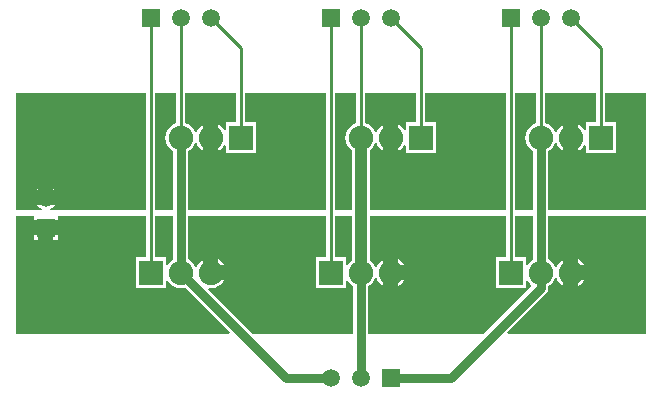
<source format=gtl>
G04*
G04 #@! TF.GenerationSoftware,Altium Limited,Altium Designer,20.1.11 (218)*
G04*
G04 Layer_Physical_Order=1*
G04 Layer_Color=255*
%FSLAX25Y25*%
%MOIN*%
G70*
G04*
G04 #@! TF.SameCoordinates,A2F51ED7-86EA-4CBA-A123-1C3C6C473107*
G04*
G04*
G04 #@! TF.FilePolarity,Positive*
G04*
G01*
G75*
%ADD18C,0.03000*%
%ADD19C,0.01000*%
%ADD20C,0.04000*%
%ADD21C,0.08150*%
%ADD22R,0.08150X0.08150*%
%ADD23C,0.05906*%
%ADD24R,0.05906X0.05906*%
%ADD25R,0.05906X0.05906*%
%ADD26C,0.02756*%
G36*
X215000Y65790D02*
X182549D01*
Y85563D01*
X182559Y85567D01*
X183619Y86381D01*
X184433Y87441D01*
X184729Y88157D01*
X185271D01*
X185567Y87441D01*
X186381Y86381D01*
X187441Y85567D01*
X187500Y85543D01*
Y90000D01*
Y94457D01*
X187441Y94433D01*
X186381Y93619D01*
X185567Y92559D01*
X185271Y91843D01*
X184729D01*
X184433Y92559D01*
X183619Y93619D01*
X182559Y94433D01*
X181529Y94859D01*
Y105000D01*
X198471D01*
Y95075D01*
X194925D01*
Y92673D01*
X194461Y92565D01*
X194425Y92569D01*
X193619Y93619D01*
X192559Y94433D01*
X192500Y94457D01*
Y90000D01*
Y85543D01*
X192559Y85567D01*
X193619Y86381D01*
X194425Y87431D01*
X194461Y87435D01*
X194925Y87327D01*
Y84925D01*
X205075D01*
Y95075D01*
X201529D01*
Y105000D01*
X215000D01*
X215000Y65790D01*
D02*
G37*
G36*
X168471D02*
X123026D01*
Y85925D01*
X123619Y86381D01*
X124433Y87441D01*
X124729Y88157D01*
X125271D01*
X125567Y87441D01*
X126381Y86381D01*
X127441Y85567D01*
X127500Y85543D01*
Y90000D01*
Y94457D01*
X127441Y94433D01*
X126381Y93619D01*
X125567Y92559D01*
X125271Y91843D01*
X124729D01*
X124433Y92559D01*
X123619Y93619D01*
X122559Y94433D01*
X121529Y94859D01*
Y105000D01*
X138471D01*
Y95075D01*
X134925D01*
Y92673D01*
X134461Y92565D01*
X134425Y92569D01*
X133619Y93619D01*
X132559Y94433D01*
X132500Y94457D01*
Y90000D01*
Y85543D01*
X132559Y85567D01*
X133619Y86381D01*
X134425Y87431D01*
X134461Y87435D01*
X134925Y87327D01*
Y84925D01*
X145075D01*
Y95075D01*
X141529D01*
Y105000D01*
X168471D01*
Y65790D01*
D02*
G37*
G36*
X108471Y65790D02*
X62549D01*
Y85563D01*
X62559Y85567D01*
X63619Y86381D01*
X64433Y87441D01*
X64729Y88157D01*
X65271D01*
X65567Y87441D01*
X66381Y86381D01*
X67441Y85567D01*
X67500Y85543D01*
Y90000D01*
Y94457D01*
X67441Y94433D01*
X66381Y93619D01*
X65567Y92559D01*
X65271Y91843D01*
X64729D01*
X64433Y92559D01*
X63619Y93619D01*
X62559Y94433D01*
X61529Y94859D01*
Y105000D01*
X78471D01*
Y95075D01*
X74925D01*
Y92673D01*
X74461Y92565D01*
X74425Y92569D01*
X73619Y93619D01*
X72559Y94433D01*
X72500Y94457D01*
Y90000D01*
Y85543D01*
X72559Y85567D01*
X73619Y86381D01*
X74425Y87431D01*
X74461Y87435D01*
X74925Y87327D01*
Y84925D01*
X85075D01*
Y95075D01*
X81529D01*
Y105000D01*
X108471D01*
Y65790D01*
D02*
G37*
G36*
X48471D02*
X16472D01*
X16372Y66290D01*
X16993Y66547D01*
X17819Y67181D01*
X18064Y67500D01*
X15000D01*
X11936D01*
X12181Y67181D01*
X13007Y66547D01*
X13628Y66290D01*
X13528Y65790D01*
X5000D01*
X5000Y105000D01*
X48471D01*
Y65790D01*
D02*
G37*
G36*
X58471Y94859D02*
X57441Y94433D01*
X56381Y93619D01*
X55567Y92559D01*
X55056Y91325D01*
X54881Y90000D01*
X55056Y88675D01*
X55567Y87441D01*
X56381Y86381D01*
X57441Y85567D01*
X57451Y85563D01*
Y65790D01*
X51529D01*
Y105000D01*
X58471D01*
Y94859D01*
D02*
G37*
G36*
X118471D02*
X117441Y94433D01*
X116381Y93619D01*
X115567Y92559D01*
X115056Y91325D01*
X114881Y90000D01*
X115056Y88675D01*
X115567Y87441D01*
X116381Y86381D01*
X116974Y85925D01*
Y65790D01*
X111529D01*
Y105000D01*
X118471D01*
Y94859D01*
D02*
G37*
G36*
X178471D02*
X177441Y94433D01*
X176381Y93619D01*
X175567Y92559D01*
X175056Y91325D01*
X174881Y90000D01*
X175056Y88675D01*
X175567Y87441D01*
X176381Y86381D01*
X177441Y85567D01*
X177451Y85563D01*
Y65790D01*
X171529D01*
Y105000D01*
X178471D01*
Y94859D01*
D02*
G37*
G36*
X48471Y50075D02*
X44925D01*
Y39925D01*
X55075D01*
Y42327D01*
X55539Y42435D01*
X55575Y42431D01*
X56381Y41381D01*
X57441Y40567D01*
X58675Y40056D01*
X60000Y39881D01*
X61325Y40056D01*
X61335Y40060D01*
X76262Y25133D01*
X76071Y24671D01*
X5044D01*
X5044Y63881D01*
X11047D01*
Y62500D01*
X15000D01*
X18953D01*
Y63881D01*
X48471D01*
Y50075D01*
D02*
G37*
G36*
X177451Y49437D02*
X177441Y49433D01*
X176381Y48619D01*
X175575Y47569D01*
X175539Y47565D01*
X175075Y47673D01*
Y50075D01*
X171529D01*
Y63881D01*
X177451D01*
Y49437D01*
D02*
G37*
G36*
X116974Y49075D02*
X116381Y48619D01*
X115575Y47569D01*
X115539Y47565D01*
X115075Y47673D01*
Y50075D01*
X111529D01*
Y63881D01*
X116974D01*
Y49075D01*
D02*
G37*
G36*
X57451Y49437D02*
X57441Y49433D01*
X56381Y48619D01*
X55575Y47569D01*
X55539Y47565D01*
X55075Y47673D01*
Y50075D01*
X51529D01*
Y63881D01*
X57451D01*
Y49437D01*
D02*
G37*
G36*
X168471Y50075D02*
X164925D01*
Y39925D01*
X175075D01*
Y42327D01*
X175539Y42435D01*
X175575Y42431D01*
X176381Y41381D01*
X176869Y41006D01*
X176902Y40507D01*
X161066Y24671D01*
X122549D01*
Y40563D01*
X122559Y40567D01*
X123619Y41381D01*
X124433Y42441D01*
X124729Y43157D01*
X125271D01*
X125567Y42441D01*
X126381Y41381D01*
X127441Y40567D01*
X127500Y40543D01*
Y45000D01*
Y49457D01*
X127441Y49433D01*
X126381Y48619D01*
X125567Y47559D01*
X125271Y46843D01*
X124729D01*
X124433Y47559D01*
X123619Y48619D01*
X123026Y49075D01*
Y63881D01*
X168471D01*
Y50075D01*
D02*
G37*
G36*
X215044Y24671D02*
X168929D01*
X168738Y25133D01*
X181802Y38198D01*
X182355Y39024D01*
X182549Y40000D01*
Y40563D01*
X182559Y40567D01*
X183619Y41381D01*
X184433Y42441D01*
X184729Y43157D01*
X185271D01*
X185567Y42441D01*
X186381Y41381D01*
X187441Y40567D01*
X187500Y40543D01*
Y45000D01*
Y49457D01*
X187441Y49433D01*
X186381Y48619D01*
X185567Y47559D01*
X185271Y46843D01*
X184729D01*
X184433Y47559D01*
X183619Y48619D01*
X182559Y49433D01*
X182549Y49437D01*
Y63881D01*
X215044D01*
X215044Y24671D01*
D02*
G37*
G36*
X108471Y50075D02*
X104925D01*
Y39925D01*
X115075D01*
Y42327D01*
X115539Y42435D01*
X115575Y42431D01*
X116381Y41381D01*
X117441Y40567D01*
X117451Y40563D01*
Y24671D01*
X83934Y24671D01*
X69111Y39494D01*
X69344Y39968D01*
X70000Y39881D01*
X71325Y40056D01*
X72559Y40567D01*
X73619Y41381D01*
X74433Y42441D01*
X74457Y42500D01*
X70000D01*
Y45000D01*
X67500D01*
Y49457D01*
X67441Y49433D01*
X66381Y48619D01*
X65567Y47559D01*
X65271Y46843D01*
X64729D01*
X64433Y47559D01*
X63619Y48619D01*
X62559Y49433D01*
X62549Y49437D01*
Y63881D01*
X108471D01*
Y50075D01*
D02*
G37*
%LPC*%
G36*
X17500Y73064D02*
Y72500D01*
X18064D01*
X17819Y72819D01*
X17500Y73064D01*
D02*
G37*
G36*
X12500D02*
X12181Y72819D01*
X11936Y72500D01*
X12500D01*
Y73064D01*
D02*
G37*
G36*
X18953Y57500D02*
X17500D01*
Y56047D01*
X18953D01*
Y57500D01*
D02*
G37*
G36*
X12500D02*
X11047D01*
Y56047D01*
X12500D01*
Y57500D01*
D02*
G37*
G36*
X132500Y49457D02*
Y47500D01*
X134457D01*
X134433Y47559D01*
X133619Y48619D01*
X132559Y49433D01*
X132500Y49457D01*
D02*
G37*
G36*
X134457Y42500D02*
X132500D01*
Y40543D01*
X132559Y40567D01*
X133619Y41381D01*
X134433Y42441D01*
X134457Y42500D01*
D02*
G37*
G36*
X192500Y49457D02*
Y47500D01*
X194457D01*
X194433Y47559D01*
X193619Y48619D01*
X192559Y49433D01*
X192500Y49457D01*
D02*
G37*
G36*
X194457Y42500D02*
X192500D01*
Y40543D01*
X192559Y40567D01*
X193619Y41381D01*
X194433Y42441D01*
X194457Y42500D01*
D02*
G37*
G36*
X72500Y49457D02*
Y47500D01*
X74457D01*
X74433Y47559D01*
X73619Y48619D01*
X72559Y49433D01*
X72500Y49457D01*
D02*
G37*
%LPD*%
D18*
X130000Y10000D02*
X150000D01*
X180000Y40000D01*
Y45000D01*
X120000Y10000D02*
Y45000D01*
X95000Y10000D02*
X110000D01*
X60000Y45000D02*
X95000Y10000D01*
X180000Y45000D02*
Y90000D01*
X60000Y45000D02*
Y90000D01*
D19*
Y130000D01*
X120000Y90000D02*
Y130000D01*
X180000Y90000D02*
Y130000D01*
X170000Y45000D02*
Y130000D01*
X110000Y45000D02*
Y130000D01*
X50000Y45000D02*
Y130000D01*
X200000Y90000D02*
Y120000D01*
X190000Y130000D02*
X200000Y120000D01*
X140000Y90000D02*
Y120000D01*
X130000Y130000D02*
X140000Y120000D01*
X80000Y90000D02*
Y120000D01*
X70000Y130000D02*
X80000Y120000D01*
D20*
X120000Y45000D02*
Y90000D01*
D21*
X180000D02*
D03*
X190000D02*
D03*
X120000D02*
D03*
X130000D02*
D03*
X60000D02*
D03*
X70000D02*
D03*
X190000Y45000D02*
D03*
X180000D02*
D03*
X130000D02*
D03*
X120000D02*
D03*
X70000D02*
D03*
X60000D02*
D03*
D22*
X200000Y90000D02*
D03*
X140000D02*
D03*
X80000D02*
D03*
X170000Y45000D02*
D03*
X110000D02*
D03*
X50000D02*
D03*
D23*
X110000Y10000D02*
D03*
X120000D02*
D03*
X70000Y130000D02*
D03*
X60000D02*
D03*
X15000Y70000D02*
D03*
X130000Y130000D02*
D03*
X120000D02*
D03*
X190000D02*
D03*
X180000D02*
D03*
D24*
X130000Y10000D02*
D03*
X50000Y130000D02*
D03*
X110000D02*
D03*
X170000D02*
D03*
D25*
X15000Y60000D02*
D03*
D26*
X60000Y30000D02*
D03*
X55000D02*
D03*
Y35000D02*
D03*
X60000D02*
D03*
X65000Y30000D02*
D03*
X90000D02*
D03*
Y35000D02*
D03*
X85000D02*
D03*
X80000D02*
D03*
X85000Y30000D02*
D03*
X110000D02*
D03*
Y35000D02*
D03*
X115000D02*
D03*
Y30000D02*
D03*
X125000D02*
D03*
X130000D02*
D03*
Y35000D02*
D03*
X125000D02*
D03*
X160000Y30000D02*
D03*
X155000D02*
D03*
Y35000D02*
D03*
X160000D02*
D03*
X165000D02*
D03*
X190000D02*
D03*
Y30000D02*
D03*
X185000D02*
D03*
X180000D02*
D03*
X185000Y35000D02*
D03*
X190000Y80000D02*
D03*
Y75000D02*
D03*
Y70000D02*
D03*
X185000D02*
D03*
Y75000D02*
D03*
Y80000D02*
D03*
X160000D02*
D03*
Y75000D02*
D03*
Y70000D02*
D03*
X165000D02*
D03*
Y75000D02*
D03*
Y80000D02*
D03*
X130000Y70000D02*
D03*
Y80000D02*
D03*
Y75000D02*
D03*
X125000Y70000D02*
D03*
D03*
Y75000D02*
D03*
Y80000D02*
D03*
X105000Y75000D02*
D03*
Y80000D02*
D03*
X100000D02*
D03*
Y75000D02*
D03*
Y70000D02*
D03*
X105000D02*
D03*
X40000D02*
D03*
Y75000D02*
D03*
Y80000D02*
D03*
X75000Y70000D02*
D03*
Y75000D02*
D03*
Y80000D02*
D03*
X45000Y70000D02*
D03*
Y75000D02*
D03*
Y80000D02*
D03*
X70000Y70000D02*
D03*
Y75000D02*
D03*
Y80000D02*
D03*
M02*

</source>
